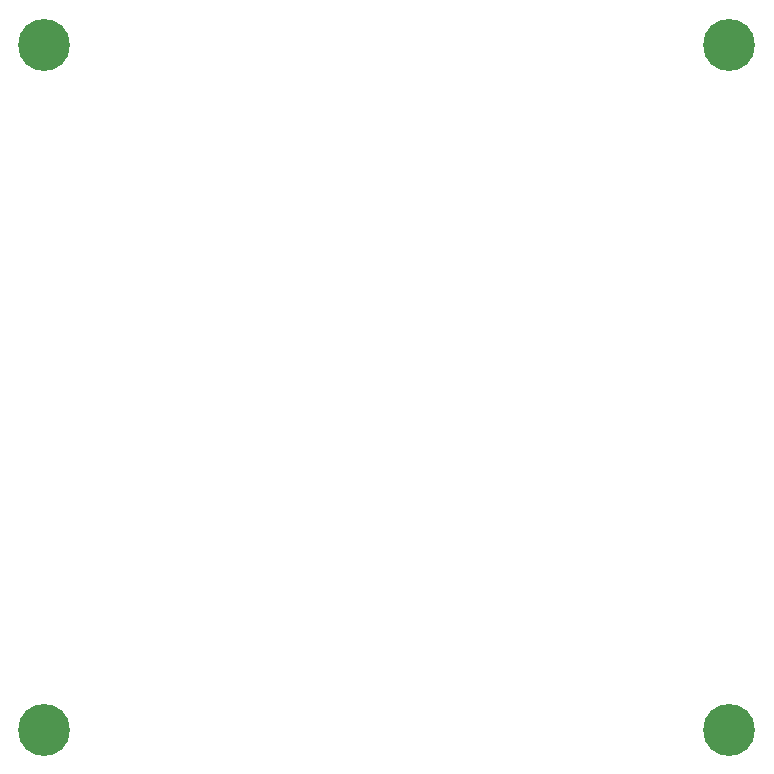
<source format=gbr>
%TF.GenerationSoftware,KiCad,Pcbnew,5.1.6-1.fc32*%
%TF.CreationDate,2020-07-09T20:52:17-05:00*%
%TF.ProjectId,case_plate,63617365-5f70-46c6-9174-652e6b696361,rev?*%
%TF.SameCoordinates,Original*%
%TF.FileFunction,Copper,L2,Bot*%
%TF.FilePolarity,Positive*%
%FSLAX46Y46*%
G04 Gerber Fmt 4.6, Leading zero omitted, Abs format (unit mm)*
G04 Created by KiCad (PCBNEW 5.1.6-1.fc32) date 2020-07-09 20:52:17*
%MOMM*%
%LPD*%
G01*
G04 APERTURE LIST*
%TA.AperFunction,ComponentPad*%
%ADD10C,0.700000*%
%TD*%
%TA.AperFunction,ComponentPad*%
%ADD11C,4.400000*%
%TD*%
G04 APERTURE END LIST*
D10*
%TO.P,REF\u002A\u002A,1*%
%TO.N,N/C*%
X91166726Y-146833274D03*
X90000000Y-146350000D03*
X88833274Y-146833274D03*
X88350000Y-148000000D03*
X88833274Y-149166726D03*
X90000000Y-149650000D03*
X91166726Y-149166726D03*
X91650000Y-148000000D03*
D11*
X90000000Y-148000000D03*
%TD*%
D10*
%TO.P,REF\u002A\u002A,1*%
%TO.N,N/C*%
X149166726Y-146833274D03*
X148000000Y-146350000D03*
X146833274Y-146833274D03*
X146350000Y-148000000D03*
X146833274Y-149166726D03*
X148000000Y-149650000D03*
X149166726Y-149166726D03*
X149650000Y-148000000D03*
D11*
X148000000Y-148000000D03*
%TD*%
D10*
%TO.P,REF\u002A\u002A,1*%
%TO.N,N/C*%
X149166726Y-88833274D03*
X148000000Y-88350000D03*
X146833274Y-88833274D03*
X146350000Y-90000000D03*
X146833274Y-91166726D03*
X148000000Y-91650000D03*
X149166726Y-91166726D03*
X149650000Y-90000000D03*
D11*
X148000000Y-90000000D03*
%TD*%
D10*
%TO.P,REF\u002A\u002A,1*%
%TO.N,N/C*%
X91166726Y-88833274D03*
X90000000Y-88350000D03*
X88833274Y-88833274D03*
X88350000Y-90000000D03*
X88833274Y-91166726D03*
X90000000Y-91650000D03*
X91166726Y-91166726D03*
X91650000Y-90000000D03*
D11*
X90000000Y-90000000D03*
%TD*%
M02*

</source>
